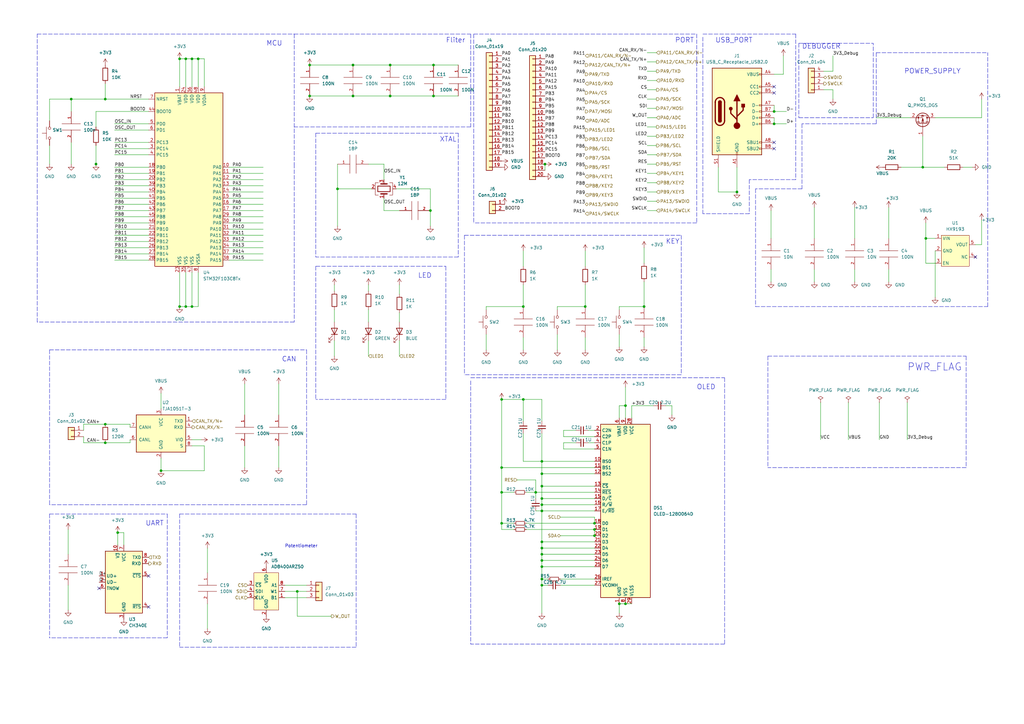
<source format=kicad_sch>
(kicad_sch (version 20211123) (generator eeschema)
  (paper "A3")
  (junction (at 378.46 68.58))
  (junction (at 76.2 125.73))
  (junction (at 317.5 50.8))
  (junction (at 205.74 163.83))
  (junction (at 222.25 209.55))
  (junction (at 379.73 97.79))
  (junction (at 43.18 181.61))
  (junction (at 222.25 232.41))
  (junction (at 205.74 191.77))
  (junction (at 264.16 125.73))
  (junction (at 205.74 201.93))
  (junction (at 219.71 201.93))
  (junction (at 43.18 40.64))
  (junction (at 222.25 229.87))
  (junction (at 243.84 217.17))
  (junction (at 222.25 194.31))
  (junction (at 160.02 39.37))
  (junction (at 39.37 67.2945))
  (junction (at 256.54 166.37))
  (junction (at 160.02 26.67))
  (junction (at 243.84 214.63))
  (junction (at 214.63 163.83))
  (junction (at 73.66 125.73))
  (junction (at 121.92 242.57))
  (junction (at 177.8 26.67))
  (junction (at 222.25 222.25))
  (junction (at 66.04 193.04))
  (junction (at 222.25 227.33))
  (junction (at 256.54 247.65))
  (junction (at 78.74 24.13))
  (junction (at 223.52 67.31))
  (junction (at 144.78 39.37))
  (junction (at 214.63 125.73))
  (junction (at 138.43 77.47))
  (junction (at 254 247.65))
  (junction (at 144.78 26.67))
  (junction (at 29.21 40.64))
  (junction (at 177.8 39.37))
  (junction (at 205.74 214.63))
  (junction (at 222.25 189.23))
  (junction (at 127 26.67))
  (junction (at 243.84 219.71))
  (junction (at 222.25 199.39))
  (junction (at 43.18 173.99))
  (junction (at 76.2 24.13))
  (junction (at 317.5 45.72))
  (junction (at 222.25 224.79))
  (junction (at 127 39.37))
  (junction (at 48.26 218.44))
  (junction (at 302.26 78.74))
  (junction (at 240.03 125.73))
  (junction (at 222.25 204.47))
  (junction (at 176.53 86.36))
  (junction (at 78.74 125.73))
  (junction (at 222.25 237.49))
  (junction (at 222.25 207.01))
  (junction (at 73.66 24.13))
  (junction (at 81.28 24.13))
  (junction (at 222.25 240.03))
  (no_connect (at 40.64 241.3))
  (no_connect (at 60.96 248.92))
  (no_connect (at 60.96 236.22))
  (no_connect (at 317.5 58.42))
  (no_connect (at 317.5 60.96))
  (no_connect (at 400.05 105.41))
  (no_connect (at 317.5 35.56))
  (no_connect (at 317.5 38.1))
  (wire (pts (xy 34.29 181.61) (xy 43.18 181.61)))
  (polyline (pts (xy 193.04 154.94) (xy 297.18 154.94)))
  (wire (pts (xy 66.04 193.04) (xy 83.82 193.04)))
  (wire (pts (xy 383.54 48.26) (xy 402.59 48.26)))
  (wire (pts (xy 254 247.65) (xy 254 251.46)))
  (wire (pts (xy 210.82 201.93) (xy 205.74 201.93)))
  (wire (pts (xy 29.21 40.64) (xy 29.21 45.72)))
  (wire (pts (xy 93.98 68.58) (xy 107.95 68.58)))
  (wire (pts (xy 46.99 78.74) (xy 60.96 78.74)))
  (wire (pts (xy 243.84 217.17) (xy 243.84 219.71)))
  (wire (pts (xy 259.08 171.45) (xy 259.08 166.37)))
  (wire (pts (xy 369.57 68.58) (xy 378.46 68.58)))
  (polyline (pts (xy 328.93 77.47) (xy 309.88 77.47)))
  (wire (pts (xy 341.63 36.83) (xy 341.63 40.64)))
  (wire (pts (xy 321.31 22.86) (xy 321.31 30.48)))
  (wire (pts (xy 215.9 214.63) (xy 243.84 214.63)))
  (wire (pts (xy 265.43 67.31) (xy 269.24 67.31)))
  (wire (pts (xy 121.92 252.73) (xy 135.89 252.73)))
  (wire (pts (xy 229.87 237.49) (xy 243.84 237.49)))
  (wire (pts (xy 222.25 222.25) (xy 243.84 222.25)))
  (wire (pts (xy 43.18 40.64) (xy 29.21 40.64)))
  (wire (pts (xy 151.13 139.7) (xy 151.13 146.05)))
  (wire (pts (xy 93.98 76.2) (xy 107.95 76.2)))
  (wire (pts (xy 219.71 209.55) (xy 222.25 209.55)))
  (wire (pts (xy 73.66 24.13) (xy 73.66 35.56)))
  (wire (pts (xy 85.09 247.65) (xy 85.09 257.81)))
  (wire (pts (xy 144.78 26.67) (xy 160.02 26.67)))
  (wire (pts (xy 78.74 180.34) (xy 82.55 180.34)))
  (polyline (pts (xy 120.65 13.97) (xy 193.04 13.97)))
  (wire (pts (xy 265.43 63.5) (xy 269.24 63.5)))
  (wire (pts (xy 177.8 26.67) (xy 187.96 26.67)))
  (wire (pts (xy 317.5 48.26) (xy 317.5 50.8)))
  (wire (pts (xy 317.5 43.18) (xy 317.5 45.72)))
  (polyline (pts (xy 68.58 210.82) (xy 68.58 261.62)))
  (polyline (pts (xy 193.04 13.97) (xy 193.04 52.07)))
  (wire (pts (xy 364.49 85.09) (xy 364.49 97.79)))
  (wire (pts (xy 151.13 67.31) (xy 157.48 67.31)))
  (wire (pts (xy 76.2 24.13) (xy 78.74 24.13)))
  (wire (pts (xy 27.94 217.17) (xy 27.94 227.33)))
  (wire (pts (xy 265.43 59.69) (xy 269.24 59.69)))
  (polyline (pts (xy 279.4 153.67) (xy 190.5 153.67)))
  (wire (pts (xy 231.14 184.15) (xy 243.84 184.15)))
  (wire (pts (xy 46.99 96.52) (xy 60.96 96.52)))
  (wire (pts (xy 210.82 217.17) (xy 205.74 217.17)))
  (polyline (pts (xy 15.24 13.97) (xy 120.65 13.97)))
  (polyline (pts (xy 15.24 132.08) (xy 15.24 13.97)))
  (wire (pts (xy 265.43 48.26) (xy 269.24 48.26)))
  (wire (pts (xy 265.43 78.74) (xy 269.24 78.74)))
  (wire (pts (xy 379.73 91.44) (xy 379.73 97.79)))
  (wire (pts (xy 240.03 102.87) (xy 240.03 109.22)))
  (polyline (pts (xy 297.18 264.16) (xy 193.04 264.16)))
  (wire (pts (xy 265.43 44.45) (xy 269.24 44.45)))
  (wire (pts (xy 162.56 77.47) (xy 176.53 77.47)))
  (polyline (pts (xy 194.31 13.97) (xy 194.31 91.44)))
  (wire (pts (xy 383.54 102.87) (xy 383.54 121.92)))
  (wire (pts (xy 229.87 240.03) (xy 243.84 240.03)))
  (wire (pts (xy 121.92 242.57) (xy 121.92 252.73)))
  (wire (pts (xy 157.48 67.31) (xy 157.48 73.66)))
  (wire (pts (xy 264.16 101.6) (xy 264.16 107.95)))
  (wire (pts (xy 222.25 222.25) (xy 222.25 224.79)))
  (polyline (pts (xy 327.66 17.78) (xy 327.66 48.26)))
  (wire (pts (xy 214.63 163.83) (xy 205.74 163.83)))
  (polyline (pts (xy 120.65 13.97) (xy 120.65 67.31)))
  (wire (pts (xy 27.94 240.03) (xy 27.94 250.19)))
  (wire (pts (xy 46.99 73.66) (xy 60.96 73.66)))
  (wire (pts (xy 93.98 86.36) (xy 107.95 86.36)))
  (wire (pts (xy 222.25 189.23) (xy 222.25 177.8)))
  (wire (pts (xy 317.5 50.8) (xy 322.58 50.8)))
  (wire (pts (xy 254 125.73) (xy 264.16 125.73)))
  (polyline (pts (xy 120.65 67.31) (xy 120.65 132.08)))
  (wire (pts (xy 336.55 165.1) (xy 336.55 180.34)))
  (wire (pts (xy 228.6 127) (xy 228.6 125.73)))
  (wire (pts (xy 93.98 106.68) (xy 107.95 106.68)))
  (wire (pts (xy 222.25 224.79) (xy 222.25 227.33)))
  (polyline (pts (xy 193.04 156.21) (xy 193.04 264.16)))
  (wire (pts (xy 240.03 138.43) (xy 240.03 143.51)))
  (wire (pts (xy 372.11 165.1) (xy 372.11 180.34)))
  (polyline (pts (xy 327.66 48.26) (xy 358.14 48.26)))
  (wire (pts (xy 20.32 59.69) (xy 20.32 67.31)))
  (polyline (pts (xy 285.75 91.44) (xy 194.31 91.44)))
  (wire (pts (xy 222.25 227.33) (xy 222.25 229.87)))
  (wire (pts (xy 256.54 158.75) (xy 256.54 166.37)))
  (polyline (pts (xy 190.5 96.52) (xy 279.4 96.52)))
  (wire (pts (xy 316.23 110.49) (xy 316.23 115.57)))
  (wire (pts (xy 265.43 33.02) (xy 269.24 33.02)))
  (wire (pts (xy 222.25 163.83) (xy 214.63 163.83)))
  (wire (pts (xy 83.82 24.13) (xy 83.82 35.56)))
  (wire (pts (xy 334.01 97.79) (xy 334.01 85.09)))
  (wire (pts (xy 160.02 26.67) (xy 177.8 26.67)))
  (wire (pts (xy 231.14 176.53) (xy 236.22 176.53)))
  (wire (pts (xy 256.54 166.37) (xy 256.54 171.45)))
  (wire (pts (xy 215.9 201.93) (xy 219.71 201.93)))
  (wire (pts (xy 93.98 78.74) (xy 107.95 78.74)))
  (polyline (pts (xy 146.05 265.43) (xy 73.66 265.43)))
  (polyline (pts (xy 194.31 13.97) (xy 285.75 13.97)))
  (wire (pts (xy 222.25 207.01) (xy 243.84 207.01)))
  (polyline (pts (xy 297.18 154.94) (xy 297.18 264.16)))
  (wire (pts (xy 222.25 232.41) (xy 243.84 232.41)))
  (wire (pts (xy 46.99 58.42) (xy 60.96 58.42)))
  (wire (pts (xy 254 137.16) (xy 254 142.24)))
  (wire (pts (xy 116.84 242.57) (xy 121.92 242.57)))
  (wire (pts (xy 265.43 71.12) (xy 269.24 71.12)))
  (wire (pts (xy 219.71 201.93) (xy 243.84 201.93)))
  (wire (pts (xy 222.25 172.72) (xy 222.25 163.83)))
  (wire (pts (xy 46.99 83.82) (xy 60.96 83.82)))
  (polyline (pts (xy 129.54 109.22) (xy 182.88 109.22)))
  (polyline (pts (xy 307.34 73.66) (xy 307.34 87.63)))
  (polyline (pts (xy 125.73 207.01) (xy 20.32 207.01)))
  (wire (pts (xy 219.71 201.93) (xy 219.71 196.85)))
  (wire (pts (xy 100.33 157.48) (xy 100.33 170.18)))
  (wire (pts (xy 48.26 223.52) (xy 48.26 218.44)))
  (wire (pts (xy 93.98 83.82) (xy 107.95 83.82)))
  (wire (pts (xy 46.99 93.98) (xy 60.96 93.98)))
  (wire (pts (xy 43.18 34.29) (xy 43.18 40.64)))
  (polyline (pts (xy 359.41 21.59) (xy 405.13 21.59)))
  (polyline (pts (xy 125.73 143.51) (xy 125.73 207.01)))
  (wire (pts (xy 93.98 91.44) (xy 107.95 91.44)))
  (polyline (pts (xy 20.32 210.82) (xy 20.32 261.62)))
  (wire (pts (xy 43.18 181.61) (xy 53.34 181.61)))
  (polyline (pts (xy 73.66 210.82) (xy 73.66 265.43)))
  (wire (pts (xy 337.82 36.83) (xy 341.63 36.83)))
  (wire (pts (xy 46.99 81.28) (xy 60.96 81.28)))
  (wire (pts (xy 215.9 217.17) (xy 243.84 217.17)))
  (wire (pts (xy 78.74 125.73) (xy 81.28 125.73)))
  (wire (pts (xy 317.5 45.72) (xy 322.58 45.72)))
  (wire (pts (xy 76.2 125.73) (xy 76.2 111.76)))
  (wire (pts (xy 256.54 247.65) (xy 259.08 247.65)))
  (wire (pts (xy 93.98 88.9) (xy 107.95 88.9)))
  (wire (pts (xy 228.6 137.16) (xy 228.6 143.51)))
  (wire (pts (xy 379.73 97.79) (xy 383.54 97.79)))
  (wire (pts (xy 29.21 40.64) (xy 20.32 40.64)))
  (wire (pts (xy 402.59 40.64) (xy 402.59 48.26)))
  (polyline (pts (xy 129.54 54.61) (xy 129.54 105.41)))
  (wire (pts (xy 157.48 86.36) (xy 163.83 86.36)))
  (wire (pts (xy 137.16 127) (xy 137.16 132.08)))
  (wire (pts (xy 347.98 165.1) (xy 347.98 180.34)))
  (wire (pts (xy 222.25 194.31) (xy 243.84 194.31)))
  (wire (pts (xy 378.46 68.58) (xy 387.35 68.58)))
  (wire (pts (xy 151.13 116.84) (xy 151.13 119.38)))
  (polyline (pts (xy 288.29 13.97) (xy 326.39 13.97)))
  (wire (pts (xy 137.16 116.84) (xy 137.16 119.38)))
  (wire (pts (xy 46.99 60.96) (xy 60.96 60.96)))
  (polyline (pts (xy 20.32 143.51) (xy 20.32 207.01)))
  (wire (pts (xy 46.99 76.2) (xy 60.96 76.2)))
  (wire (pts (xy 177.8 39.37) (xy 187.96 39.37)))
  (wire (pts (xy 265.43 25.4) (xy 269.24 25.4)))
  (wire (pts (xy 39.37 59.69) (xy 39.37 67.2945)))
  (wire (pts (xy 364.49 110.49) (xy 364.49 115.57)))
  (wire (pts (xy 53.34 181.61) (xy 53.34 180.34)))
  (wire (pts (xy 43.18 173.99) (xy 53.34 173.99)))
  (wire (pts (xy 46.99 99.06) (xy 60.96 99.06)))
  (wire (pts (xy 81.28 24.13) (xy 83.82 24.13)))
  (wire (pts (xy 78.74 24.13) (xy 81.28 24.13)))
  (polyline (pts (xy 68.58 261.62) (xy 20.32 261.62)))
  (polyline (pts (xy 309.88 125.73) (xy 405.13 125.73)))
  (wire (pts (xy 265.43 29.21) (xy 269.24 29.21)))
  (wire (pts (xy 93.98 81.28) (xy 107.95 81.28)))
  (wire (pts (xy 254 171.45) (xy 254 166.37)))
  (wire (pts (xy 222.25 232.41) (xy 222.25 237.49)))
  (wire (pts (xy 163.83 139.7) (xy 163.83 146.05)))
  (polyline (pts (xy 326.39 13.97) (xy 326.39 73.66)))
  (polyline (pts (xy 285.75 13.97) (xy 285.75 91.44)))
  (wire (pts (xy 359.41 48.26) (xy 373.38 48.26)))
  (wire (pts (xy 317.5 30.48) (xy 321.31 30.48)))
  (wire (pts (xy 275.59 166.37) (xy 275.59 170.18)))
  (wire (pts (xy 100.33 182.88) (xy 100.33 191.77)))
  (wire (pts (xy 78.74 125.73) (xy 78.74 111.76)))
  (polyline (pts (xy 359.41 50.8) (xy 328.93 50.8)))
  (wire (pts (xy 39.37 67.2945) (xy 39.37 67.31)))
  (wire (pts (xy 222.25 237.49) (xy 224.79 237.49)))
  (wire (pts (xy 264.16 138.43) (xy 264.16 142.24)))
  (wire (pts (xy 265.43 36.83) (xy 269.24 36.83)))
  (wire (pts (xy 222.25 204.47) (xy 243.84 204.47)))
  (wire (pts (xy 243.84 212.09) (xy 243.84 214.63)))
  (wire (pts (xy 93.98 96.52) (xy 107.95 96.52)))
  (wire (pts (xy 76.2 24.13) (xy 76.2 35.56)))
  (wire (pts (xy 46.99 104.14) (xy 60.96 104.14)))
  (wire (pts (xy 76.2 125.73) (xy 78.74 125.73)))
  (wire (pts (xy 29.21 58.42) (xy 29.21 67.31)))
  (wire (pts (xy 222.25 194.31) (xy 222.25 199.39)))
  (wire (pts (xy 214.63 102.87) (xy 214.63 109.22)))
  (wire (pts (xy 402.59 90.17) (xy 402.59 100.33)))
  (wire (pts (xy 231.14 181.61) (xy 231.14 184.15)))
  (wire (pts (xy 127 26.67) (xy 144.78 26.67)))
  (wire (pts (xy 294.64 68.58) (xy 294.64 78.74)))
  (wire (pts (xy 241.3 176.53) (xy 243.84 176.53)))
  (polyline (pts (xy 190.5 96.52) (xy 190.5 153.67)))
  (wire (pts (xy 222.25 209.55) (xy 243.84 209.55)))
  (wire (pts (xy 212.09 196.85) (xy 219.71 196.85)))
  (wire (pts (xy 222.25 227.33) (xy 243.84 227.33)))
  (wire (pts (xy 254 166.37) (xy 256.54 166.37)))
  (polyline (pts (xy 182.88 163.83) (xy 129.54 163.83)))
  (wire (pts (xy 222.25 240.03) (xy 224.79 240.03)))
  (wire (pts (xy 222.25 237.49) (xy 222.25 240.03)))
  (polyline (pts (xy 288.29 15.24) (xy 288.29 87.63)))
  (wire (pts (xy 265.43 74.93) (xy 269.24 74.93)))
  (wire (pts (xy 231.14 179.07) (xy 243.84 179.07)))
  (polyline (pts (xy 187.96 105.41) (xy 129.54 105.41)))
  (wire (pts (xy 93.98 93.98) (xy 107.95 93.98)))
  (wire (pts (xy 341.63 22.86) (xy 341.63 29.21)))
  (wire (pts (xy 46.99 50.8) (xy 60.96 50.8)))
  (wire (pts (xy 214.63 189.23) (xy 222.25 189.23)))
  (wire (pts (xy 222.25 224.79) (xy 243.84 224.79)))
  (wire (pts (xy 121.92 242.57) (xy 125.73 242.57)))
  (wire (pts (xy 205.74 217.17) (xy 205.74 214.63)))
  (wire (pts (xy 222.25 209.55) (xy 222.25 222.25)))
  (polyline (pts (xy 405.13 125.73) (xy 405.13 21.59)))
  (wire (pts (xy 214.63 177.8) (xy 214.63 189.23)))
  (polyline (pts (xy 120.65 132.08) (xy 15.24 132.08)))
  (wire (pts (xy 93.98 71.12) (xy 107.95 71.12)))
  (polyline (pts (xy 20.32 143.51) (xy 125.73 143.51)))
  (polyline (pts (xy 129.54 54.61) (xy 187.96 54.61)))
  (wire (pts (xy 383.54 107.95) (xy 379.73 107.95)))
  (wire (pts (xy 93.98 73.66) (xy 107.95 73.66)))
  (wire (pts (xy 394.97 68.58) (xy 398.78 68.58)))
  (wire (pts (xy 60.96 40.64) (xy 43.18 40.64)))
  (wire (pts (xy 73.66 24.13) (xy 76.2 24.13)))
  (wire (pts (xy 214.63 138.43) (xy 214.63 143.51)))
  (wire (pts (xy 138.43 77.47) (xy 138.43 92.71)))
  (wire (pts (xy 205.74 201.93) (xy 205.74 214.63)))
  (wire (pts (xy 114.3 182.88) (xy 114.3 191.77)))
  (wire (pts (xy 205.74 191.77) (xy 205.74 163.83)))
  (wire (pts (xy 219.71 201.93) (xy 219.71 204.47)))
  (wire (pts (xy 34.29 173.99) (xy 34.29 176.53)))
  (wire (pts (xy 350.52 85.09) (xy 350.52 97.79)))
  (wire (pts (xy 222.25 229.87) (xy 222.25 232.41)))
  (wire (pts (xy 205.74 201.93) (xy 205.74 191.77)))
  (polyline (pts (xy 314.96 146.05) (xy 314.96 191.77)))
  (wire (pts (xy 66.04 187.96) (xy 66.04 193.04)))
  (wire (pts (xy 73.66 125.73) (xy 73.66 111.76)))
  (wire (pts (xy 360.68 165.1) (xy 360.68 180.34)))
  (wire (pts (xy 85.09 224.79) (xy 85.09 234.95)))
  (wire (pts (xy 46.99 88.9) (xy 60.96 88.9)))
  (wire (pts (xy 294.64 78.74) (xy 302.26 78.74)))
  (polyline (pts (xy 307.34 87.63) (xy 288.29 87.63)))
  (polyline (pts (xy 193.04 52.07) (xy 120.65 52.07)))
  (wire (pts (xy 199.39 127) (xy 199.39 125.73)))
  (wire (pts (xy 222.25 204.47) (xy 222.25 207.01)))
  (polyline (pts (xy 396.24 191.77) (xy 314.96 191.77)))
  (wire (pts (xy 83.82 182.88) (xy 78.74 182.88)))
  (wire (pts (xy 228.6 125.73) (xy 240.03 125.73)))
  (wire (pts (xy 137.16 139.7) (xy 137.16 146.05)))
  (wire (pts (xy 39.37 45.72) (xy 60.96 45.72)))
  (wire (pts (xy 264.16 115.57) (xy 264.16 125.73)))
  (polyline (pts (xy 358.14 48.26) (xy 358.14 17.78)))
  (wire (pts (xy 265.43 86.36) (xy 269.24 86.36)))
  (wire (pts (xy 229.87 219.71) (xy 243.84 219.71)))
  (wire (pts (xy 231.14 179.07) (xy 231.14 176.53)))
  (wire (pts (xy 138.43 77.47) (xy 152.4 77.47)))
  (wire (pts (xy 222.25 240.03) (xy 222.25 251.46)))
  (wire (pts (xy 229.87 212.09) (xy 243.84 212.09)))
  (wire (pts (xy 273.05 166.37) (xy 275.59 166.37)))
  (wire (pts (xy 83.82 193.04) (xy 83.82 182.88)))
  (wire (pts (xy 379.73 107.95) (xy 379.73 97.79)))
  (wire (pts (xy 46.99 63.5) (xy 60.96 63.5)))
  (wire (pts (xy 265.43 55.88) (xy 269.24 55.88)))
  (wire (pts (xy 160.02 39.37) (xy 177.8 39.37)))
  (polyline (pts (xy 129.54 109.22) (xy 129.54 163.83)))
  (wire (pts (xy 334.01 110.49) (xy 334.01 115.57)))
  (wire (pts (xy 337.82 29.21) (xy 341.63 29.21)))
  (polyline (pts (xy 314.96 146.05) (xy 396.24 146.05)))
  (wire (pts (xy 241.3 181.61) (xy 243.84 181.61)))
  (wire (pts (xy 222.25 189.23) (xy 243.84 189.23)))
  (wire (pts (xy 378.46 55.88) (xy 378.46 68.58)))
  (wire (pts (xy 214.63 116.84) (xy 214.63 125.73)))
  (wire (pts (xy 53.34 173.99) (xy 53.34 175.26)))
  (wire (pts (xy 116.84 245.11) (xy 125.73 245.11)))
  (wire (pts (xy 34.29 179.07) (xy 34.29 181.61)))
  (wire (pts (xy 127 39.37) (xy 144.78 39.37)))
  (wire (pts (xy 66.04 161.29) (xy 66.04 167.64)))
  (polyline (pts (xy 279.4 96.52) (xy 279.4 153.67)))
  (wire (pts (xy 302.26 68.58) (xy 302.26 78.74)))
  (polyline (pts (xy 327.66 17.78) (xy 358.14 17.78)))
  (wire (pts (xy 176.53 77.47) (xy 176.53 86.36)))
  (wire (pts (xy 73.66 125.73) (xy 76.2 125.73)))
  (wire (pts (xy 114.3 157.48) (xy 114.3 170.18)))
  (wire (pts (xy 34.29 173.99) (xy 43.18 173.99)))
  (wire (pts (xy 163.83 116.84) (xy 163.83 120.65)))
  (wire (pts (xy 259.08 166.37) (xy 267.97 166.37)))
  (wire (pts (xy 205.74 214.63) (xy 210.82 214.63)))
  (wire (pts (xy 46.99 68.58) (xy 60.96 68.58)))
  (wire (pts (xy 316.23 86.36) (xy 316.23 97.79)))
  (wire (pts (xy 223.52 67.31) (xy 223.52 69.85)))
  (wire (pts (xy 78.74 24.13) (xy 78.74 35.56)))
  (polyline (pts (xy 328.93 50.8) (xy 328.93 77.47)))
  (wire (pts (xy 138.43 77.47) (xy 138.43 67.31)))
  (wire (pts (xy 39.37 45.72) (xy 39.37 52.07)))
  (wire (pts (xy 222.25 199.39) (xy 222.25 204.47)))
  (wire (pts (xy 50.8 218.44) (xy 50.8 223.52)))
  (wire (pts (xy 176.53 86.36) (xy 176.53 92.71)))
  (wire (pts (xy 350.52 110.49) (xy 350.52 115.57)))
  (wire (pts (xy 46.99 101.6) (xy 60.96 101.6)))
  (wire (pts (xy 236.22 181.61) (xy 231.14 181.61)))
  (polyline (pts (xy 187.96 54.61) (xy 187.96 105.41)))
  (wire (pts (xy 265.43 82.55) (xy 269.24 82.55)))
  (wire (pts (xy 46.99 71.12) (xy 60.96 71.12)))
  (wire (pts (xy 163.83 128.27) (xy 163.83 132.08)))
  (polyline (pts (xy 182.88 109.22) (xy 182.88 163.83)))
  (wire (pts (xy 48.26 218.44) (xy 50.8 218.44)))
  (wire (pts (xy 116.84 240.03) (xy 125.73 240.03)))
  (wire (pts (xy 222.25 207.01) (xy 222.25 209.55)))
  (polyline (pts (xy 20.32 210.82) (xy 68.58 210.82)))
  (polyline (pts (xy 73.66 210.82) (xy 146.05 210.82)))
  (wire (pts (xy 199.39 137.16) (xy 199.39 143.51)))
  (wire (pts (xy 81.28 125.73) (xy 81.28 111.76)))
  (wire (pts (xy 46.99 91.44) (xy 60.96 91.44)))
  (wire (pts (xy 151.13 127) (xy 151.13 132.08)))
  (polyline (pts (xy 359.41 21.59) (xy 359.41 50.8)))
  (wire (pts (xy 265.43 52.07) (xy 269.24 52.07)))
  (wire (pts (xy 222.25 199.39) (xy 243.84 199.39)))
  (wire (pts (xy 265.43 40.64) (xy 269.24 40.64)))
  (wire (pts (xy 93.98 101.6) (xy 107.95 101.6)))
  (polyline (pts (xy 146.05 210.82) (xy 146.05 265.43)))
  (wire (pts (xy 265.43 21.59) (xy 269.24 21.59)))
  (wire (pts (xy 20.32 40.64) (xy 20.32 49.53)))
  (wire (pts (xy 81.28 24.13) (xy 81.28 35.56)))
  (wire (pts (xy 222.25 189.23) (xy 222.25 194.31)))
  (polyline (pts (xy 326.39 73.66) (xy 307.34 73.66)))
  (wire (pts (xy 222.25 229.87) (xy 243.84 229.87)))
  (wire (pts (xy 254 127) (xy 254 125.73)))
  (wire (pts (xy 144.78 39.37) (xy 160.02 39.37)))
  (polyline (pts (xy 396.24 146.05) (xy 396.24 191.77)))
  (wire (pts (xy 93.98 104.14) (xy 107.95 104.14)))
  (wire (pts (xy 46.99 53.34) (xy 60.96 53.34)))
  (wire (pts (xy 46.99 86.36) (xy 60.96 86.36)))
  (wire (pts (xy 46.99 106.68) (xy 60.96 106.68)))
  (wire (pts (xy 240.03 116.84) (xy 240.03 125.73)))
  (wire (pts (xy 214.63 163.83) (xy 214.63 172.72)))
  (wire (pts (xy 199.39 125.73) (xy 214.63 125.73)))
  (wire (pts (xy 93.98 99.06) (xy 107.95 99.06)))
  (wire (pts (xy 205.74 191.77) (xy 243.84 191.77)))
  (wire (pts (xy 400.05 100.33) (xy 402.59 100.33)))
  (polyline (pts (xy 309.88 77.47) (xy 309.88 125.73)))
  (wire (pts (xy 254 247.65) (xy 256.54 247.65)))
  (wire (pts (xy 157.48 81.28) (xy 157.48 86.36)))
  (text "Fliter\n" (at 182.88 17.78 0) (effects (font (size 2 2)) (justify left bottom)))
  (text "MCU\n" (at 109.22 19.05 0) (effects (font (size 2 2)) (justify left bottom)))
  (text "KEY" (at 273.05 100.33 0) (effects (font (size 2 2)) (justify left bottom)))
  (text "CAN\n" (at 115.57 148.59 0) (effects (font (size 2 2)) (justify left bottom)))
  (text "PORT\n" (at 276.86 17.78 0) (effects (font (size 2 2)) (justify left bottom)))
  (text "XTAL\n" (at 180.34 58.42 0) (effects (font (size 2 2)) (justify left bottom)))
  (text "USB_PORT\n" (at 293.37 17.78 0) (effects (font (size 2 2)) (justify left bottom)))
  (text "DEBUGGER\n" (at 328.93 20.32 0) (effects (font (size 2 2)) (justify left bottom)))
  (text "Potentiometer" (at 116.84 224.79 0) (effects (font (size 1.27 1.27)) (justify left bottom)))
  (text "LED\n" (at 171.45 114.3 0) (effects (font (size 2 2)) (justify left bottom)))
  (text "OLED" (at 285.75 160.02 0) (effects (font (size 2 2)) (justify left bottom)))
  (text "UART" (at 59.69 215.9 0) (effects (font (size 2 2)) (justify left bottom)))
  (text "POWER_SUPPLY" (at 370.84 30.48 0) (effects (font (size 2 2)) (justify left bottom)))
  (text "PWR_FLAG\n" (at 372.11 152.4 0) (effects (font (size 3 3)) (justify left bottom)))
  (label "D+" (at 40.64 236.22 0))
  (label "PB9" (at 223.52 54.61 0))
  (label "PA5" (at 205.74 35.56 0))
  (label "PA11" (at 240.03 22.86 180))
  (label "TXD" (at 265.43 29.21 180))
  (label "PB11" (at 205.74 53.34 0))
  (label "CLK" (at 265.43 40.64 180))
  (label "PA14" (at 240.03 87.63 180))
  (label "CS" (at 265.43 36.83 180))
  (label "PA10" (at 95.25 93.98 0))
  (label "CAN-" (at 35.56 181.61 0))
  (label "PA0" (at 205.74 22.86 0))
  (label "OSC_IN" (at 46.99 50.8 0))
  (label "PA9" (at 223.52 26.67 0))
  (label "PC14" (at 46.99 60.96 0))
  (label "PB7" (at 240.03 64.77 180))
  (label "SDA" (at 265.43 63.5 180))
  (label "PB3" (at 240.03 57.15 180))
  (label "PC14" (at 223.52 59.69 0))
  (label "RES" (at 265.43 67.31 180))
  (label "PA5" (at 240.03 41.91 180))
  (label "PA2" (at 95.25 73.66 0))
  (label "PB4" (at 240.03 72.39 180))
  (label "PA10" (at 240.03 34.29 180))
  (label "PB13" (at 46.99 101.6 0))
  (label "PA13" (at 240.03 83.82 180))
  (label "SWCLK" (at 265.43 86.36 180))
  (label "PB12" (at 46.99 99.06 0))
  (label "PA0" (at 240.03 49.53 180))
  (label "OSC_IN" (at 157.48 71.12 0))
  (label "PB6" (at 240.03 60.96 180))
  (label "CAN_RX{slash}N-" (at 265.43 21.59 180))
  (label "D+" (at 322.58 50.8 0))
  (label "PC15" (at 223.52 62.23 0))
  (label "PA5" (at 95.25 81.28 0))
  (label "PC13" (at 46.99 58.42 0))
  (label "PB6" (at 46.99 83.82 0))
  (label "PA7" (at 95.25 86.36 0))
  (label "BOOT0" (at 207.01 86.36 0))
  (label "PA4" (at 240.03 38.1 180))
  (label "SCL" (at 265.43 59.69 180))
  (label "OSC_OUT" (at 46.99 53.34 0))
  (label "PA11" (at 223.52 31.75 0))
  (label "SWDIO" (at 265.43 82.55 180))
  (label "PB15" (at 46.99 106.68 0))
  (label "PB0" (at 205.74 43.18 0))
  (label "PA9" (at 240.03 30.48 180))
  (label "PB11" (at 46.99 96.52 0))
  (label "PA15" (at 95.25 106.68 0))
  (label "BOOT0" (at 223.52 64.77 0))
  (label "KEY1" (at 265.43 71.12 180))
  (label "3V3_Debug" (at 372.11 180.34 0))
  (label "PA6" (at 205.74 38.1 0))
  (label "PB5" (at 240.03 68.58 180))
  (label "PB6" (at 223.52 46.99 0))
  (label "PB14" (at 46.99 104.14 0))
  (label "PB3" (at 223.52 39.37 0))
  (label "PA12" (at 240.03 26.67 180))
  (label "PB3" (at 46.99 76.2 0))
  (label "PA1" (at 95.25 71.12 0))
  (label "PA7" (at 240.03 45.72 180))
  (label "PA7" (at 205.74 40.64 0))
  (label "GND" (at 360.68 180.34 0))
  (label "NRST" (at 53.34 40.64 0))
  (label "PB2" (at 46.99 73.66 0))
  (label "PB14" (at 205.74 60.96 0))
  (label "OSC_OUT" (at 157.48 83.82 0))
  (label "PB7" (at 223.52 49.53 0))
  (label "LED1" (at 265.43 52.07 180))
  (label "PB10" (at 205.74 50.8 0))
  (label "PA13" (at 95.25 101.6 0))
  (label "PB5" (at 46.99 81.28 0))
  (label "PA10" (at 223.52 29.21 0))
  (label "KEY2" (at 265.43 74.93 180))
  (label "PB4" (at 223.52 41.91 0))
  (label "CAN+" (at 35.56 173.99 0))
  (label "VCC" (at 336.55 180.34 0))
  (label "PA8" (at 95.25 88.9 0))
  (label "PB9" (at 46.99 91.44 0))
  (label "PB8" (at 46.99 88.9 0))
  (label "PC15" (at 46.99 63.5 0))
  (label "PA3" (at 205.74 30.48 0))
  (label "SDI" (at 265.43 44.45 180))
  (label "PB7" (at 46.99 86.36 0))
  (label "PA3" (at 95.25 76.2 0))
  (label "PA0" (at 95.25 68.58 0))
  (label "PB8" (at 223.52 52.07 0))
  (label "PB1" (at 205.74 45.72 0))
  (label "D-" (at 322.58 45.72 0))
  (label "3V3_Debug" (at 359.41 48.26 0))
  (label "PA4" (at 95.25 78.74 0))
  (label "D-" (at 40.64 238.76 0))
  (label "PB4" (at 46.99 78.74 0))
  (label "3V3_Debug" (at 341.63 22.86 0))
  (label "PB10" (at 46.99 93.98 0))
  (label "LED2" (at 265.43 55.88 180))
  (label "PA4" (at 205.74 33.02 0))
  (label "PA12" (at 95.25 99.06 0))
  (label "PA9" (at 95.25 91.44 0))
  (label "PA15" (at 223.52 36.83 0))
  (label "PA2" (at 205.74 27.94 0))
  (label "PB0" (at 46.99 68.58 0))
  (label "PB9" (at 240.03 80.01 180))
  (label "PA6" (at 95.25 83.82 0))
  (label "PC13" (at 223.52 57.15 0))
  (label "PA1" (at 205.74 25.4 0))
  (label "KEY3" (at 265.43 78.74 180))
  (label "PB2" (at 205.74 48.26 0))
  (label "PB1" (at 46.99 71.12 0))
  (label "PA8" (at 223.52 24.13 0))
  (label "PB5" (at 223.52 44.45 0))
  (label "VBUS" (at 347.98 180.34 0))
  (label "BOOT0" (at 53.34 45.72 0))
  (label "PB13" (at 205.74 58.42 0))
  (label "PB12" (at 205.74 55.88 0))
  (label "RXD" (at 265.43 33.02 180))
  (label "+3V3" (at 259.08 166.37 0))
  (label "PA11" (at 95.25 96.52 0))
  (label "PA12" (at 223.52 34.29 0))
  (label "PA15" (at 240.03 53.34 180))
  (label "PB15" (at 205.74 63.5 0))
  (label "PA14" (at 95.25 104.14 0))
  (label "PB8" (at 240.03 76.2 180))
  (label "CAN_TX{slash}N+" (at 265.43 25.4 180))
  (label "W_OUT" (at 265.43 48.26 180))
  (hierarchical_label "RXD" (shape output) (at 60.96 231.14 0))
  (hierarchical_label "TXD" (shape input) (at 60.96 228.6 0))
  (hierarchical_label "PB7{slash}SDA" (shape bidirectional) (at 240.03 64.77 0))
  (hierarchical_label "PA4{slash}CS" (shape output) (at 269.24 36.83 0))
  (hierarchical_label "PA9{slash}TXD" (shape output) (at 240.03 30.48 0))
  (hierarchical_label "PA15{slash}LED1" (shape output) (at 240.03 53.34 0))
  (hierarchical_label "PB5{slash}RST" (shape output) (at 240.03 68.58 0))
  (hierarchical_label "SWCLK" (shape output) (at 337.82 34.29 0))
  (hierarchical_label "PA12{slash}CAN_TX{slash}N+" (shape output) (at 269.24 25.4 0))
  (hierarchical_label "LED2" (shape input) (at 163.83 146.05 0))
  (hierarchical_label "PA5{slash}SCK" (shape output) (at 240.03 41.91 0))
  (hierarchical_label "LED1" (shape input) (at 151.13 146.05 0))
  (hierarchical_label "PB4{slash}KEY1" (shape input) (at 240.03 72.39 0))
  (hierarchical_label "PA11{slash}CAN_RX{slash}N-" (shape input) (at 269.24 21.59 0))
  (hierarchical_label "PA13{slash}SWDIO" (shape bidirectional) (at 240.03 83.82 0))
  (hierarchical_label "PB9{slash}KEY3" (shape input) (at 240.03 80.01 0))
  (hierarchical_label "PA11{slash}CAN_RX{slash}N-" (shape input) (at 240.03 22.86 0))
  (hierarchical_label "PA14{slash}SWCLK" (shape input) (at 240.03 87.63 0))
  (hierarchical_label "PB9{slash}KEY3" (shape input) (at 269.24 78.74 0))
  (hierarchical_label "CLK" (shape input) (at 101.6 245.11 180))
  (hierarchical_label "PB8{slash}KEY2" (shape input) (at 269.24 74.93 0))
  (hierarchical_label "PB4{slash}KEY1" (shape input) (at 269.24 71.12 0))
  (hierarchical_label "PB6{slash}SCL" (shape output) (at 269.24 59.69 0))
  (hierarchical_label "CAN_TX{slash}N+" (shape input) (at 78.74 172.72 0))
  (hierarchical_label "PA10{slash}RXD" (shape input) (at 240.03 34.29 0))
  (hierarchical_label "RES" (shape input) (at 212.09 196.85 180))
  (hierarchical_label "SDI" (shape input) (at 101.6 242.57 180))
  (hierarchical_label "PB3{slash}LED2" (shape output) (at 269.24 55.88 0))
  (hierarchical_label "PB8{slash}KEY2" (shape input) (at 240.03 76.2 0))
  (hierarchical_label "PA7{slash}MOSI" (shape output) (at 240.03 45.72 0))
  (hierarchical_label "PA15{slash}LED1" (shape output) (at 269.24 52.07 0))
  (hierarchical_label "PA0{slash}ADC" (shape input) (at 240.03 49.53 0))
  (hierarchical_label "W_OUT" (shape output) (at 135.89 252.73 0))
  (hierarchical_label "PB3{slash}LED2" (shape output) (at 240.03 57.15 0))
  (hierarchical_label "SDA" (shape bidirectional) (at 229.87 219.71 180))
  (hierarchical_label "PA9{slash}TXD" (shape output) (at 269.24 29.21 0))
  (hierarchical_label "PA7{slash}MOSI" (shape output) (at 269.24 44.45 0))
  (hierarchical_label "PA4{slash}CS" (shape output) (at 240.03 38.1 0))
  (hierarchical_label "PA5{slash}SCK" (shape output) (at 269.24 40.64 0))
  (hierarchical_label "CS" (shape input) (at 101.6 240.03 180))
  (hierarchical_label "SCL" (shape input) (at 229.87 212.09 180))
  (hierarchical_label "PB5{slash}RST" (shape output) (at 269.24 67.31 0))
  (hierarchical_label "PA0{slash}ADC" (shape input) (at 269.24 48.26 0))
  (hierarchical_label "PB7{slash}SDA" (shape bidirectional) (at 269.24 63.5 0))
  (hierarchical_label "PA13{slash}SWDIO" (shape bidirectional) (at 269.24 82.55 0))
  (hierarchical_label "PA12{slash}CAN_TX{slash}N+" (shape output) (at 240.03 26.67 0))
  (hierarchical_label "PB6{slash}SCL" (shape output) (at 240.03 60.96 0))
  (hierarchical_label "CAN_RX{slash}N-" (shape output) (at 78.74 175.26 0))
  (hierarchical_label "PA10{slash}RXD" (shape input) (at 269.24 33.02 0))
  (hierarchical_label "SWDIO" (shape bidirectional) (at 337.82 31.75 0))
  (hierarchical_label "PA14{slash}SWCLK" (shape input) (at 269.24 86.36 0))
  (symbol (lib_id "power:+3V3") (at 151.13 116.84 0) (unit 1)
    (property "Reference" "#PWR0110" (effects hide))
    (property "Value" "+3V3" (at 151.13 111.76 0))
  )
  (symbol (lib_id "Device:R") (at 43.18 177.8 0) (unit 1)
    (property "Reference" "R3" (at 45.72 176.5299 0) (effects (justify left)))
    (property "Value" "120R" (at 45.72 179.0699 0) (effects (justify left)))
    (property "Footprint" "Resistor_SMD:R_0603_1608Metric" (effects hide))
  )
  (symbol (lib_id "Connector_Generic:Conn_01x02") (at 29.21 176.53 0) (mirror y) (unit 1)
    (property "Reference" "J3" (at 29.21 170.18 0))
    (property "Value" "Conn_01x02" (at 29.21 172.72 0))
    (property "Footprint" "Connector_JST:JST_GH_SM02B-GHS-TB_1x02-1MP_P1.25mm_Horizontal" (effects hide))
  )
  (symbol (lib_id "Switch:SW_Push") (at 254 132.08 90) (unit 1)
    (property "Reference" "SW4" (at 255.27 132.0799 90) (effects (justify right)))
    (property "Value" "SW_Push" (effects hide))
    (property "Footprint" "Button_Switch_SMD:SW_Push_1P1T_NO_6x6mm_H9.5mm" (effects hide))
  )
  (symbol (lib_id "pspice:CAP") (at 114.3 176.53 0) (unit 1)
    (property "Reference" "C6" (at 119.38 175.2599 0) (effects (justify left)))
    (property "Value" "100N" (at 119.38 177.7999 0) (effects (justify left)))
    (property "Footprint" "Capacitor_SMD:C_0603_1608Metric" (effects hide))
  )
  (symbol (lib_id "Device:C_Small") (at 238.76 181.61 90) (unit 1)
    (property "Reference" "C24" (at 236.22 180.34 90))
    (property "Value" "1U" (at 241.3 180.34 90))
    (property "Footprint" "Capacitor_SMD:C_0603_1608Metric" (effects hide))
  )
  (symbol (lib_id "pspice:CAP") (at 240.03 132.08 0) (unit 1)
    (property "Reference" "C17" (at 245.11 130.8099 0) (effects (justify left)))
    (property "Value" "100N" (at 245.11 133.3499 0) (effects (justify left)))
    (property "Footprint" "Capacitor_SMD:C_0603_1608Metric" (effects hide))
  )
  (symbol (lib_id "power:+3V3") (at 85.09 224.79 0) (unit 1)
    (property "Reference" "#PWR0144" (effects hide))
    (property "Value" "+3V3" (at 85.09 219.71 0))
  )
  (symbol (lib_id "power:PWR_FLAG") (at 347.98 165.1 0) (unit 1)
    (property "Reference" "#FLG0103" (effects hide))
    (property "Value" "PWR_FLAG" (at 347.98 160.02 0))
  )
  (symbol (lib_id "Device:R_Small") (at 213.36 217.17 90) (unit 1)
    (property "Reference" "R14" (at 209.55 215.9 90))
    (property "Value" "4.7K" (at 217.17 215.9 90))
    (property "Footprint" "Resistor_SMD:R_0603_1608Metric" (effects hide))
  )
  (symbol (lib_id "power:GND") (at 302.26 78.74 0) (unit 1)
    (property "Reference" "#PWR0124" (effects hide))
    (property "Value" "GND" (at 302.26 83.82 0))
  )
  (symbol (lib_id "pspice:CAP") (at 264.16 132.08 0) (unit 1)
    (property "Reference" "C18" (at 268.9188 130.8099 0) (effects (justify left)))
    (property "Value" "100N" (at 268.9188 133.3499 0) (effects (justify left)))
    (property "Footprint" "Capacitor_SMD:C_0603_1608Metric" (effects hide))
  )
  (symbol (lib_id "Switch:SW_Push") (at 20.32 54.61 90) (unit 1)
    (property "Reference" "SW1" (at 21.59 53.3399 90) (effects (justify right)))
    (property "Value" "SW_Push" (effects hide))
    (property "Footprint" "Button_Switch_SMD:SW_Push_1P1T_NO_6x6mm_H9.5mm" (effects hide))
  )
  (symbol (lib_name "Q_PMOS_DGS_1") (lib_id "Device:Q_PMOS_DGS") (at 378.46 50.8 270) (mirror x) (unit 1)
    (property "Reference" "Q1" (at 378.46 40.64 90))
    (property "Value" "Q_PMOS_DGS" (at 378.46 43.18 90))
    (property "Footprint" "Package_TO_SOT_SMD:TSOT-23" (effects hide))
  )
  (symbol (lib_id "power:+3V3") (at 82.55 180.34 270) (unit 1)
    (property "Reference" "#PWR0132" (effects hide))
    (property "Value" "+3V3" (at 86.36 180.3399 90) (effects (justify left)))
  )
  (symbol (lib_id "power:+3V3") (at 223.52 67.31 270) (unit 1)
    (property "Reference" "#PWR0152" (effects hide))
    (property "Value" "+3V3" (at 227.33 67.3099 90) (effects (justify left)))
  )
  (symbol (lib_id "power:+3V3") (at 114.3 157.48 0) (unit 1)
    (property "Reference" "#PWR0138" (effects hide))
    (property "Value" "+3V3" (at 114.3 152.4 0))
  )
  (symbol (lib_id "power:GND") (at 66.04 193.04 0) (unit 1)
    (property "Reference" "#PWR0131" (effects hide))
    (property "Value" "GND" (at 66.04 198.12 0))
  )
  (symbol (lib_id "power:+3V3") (at 364.49 85.09 0) (unit 1)
    (property "Reference" "#PWR0122" (effects hide))
    (property "Value" "+3V3" (at 363.22 81.28 0) (effects (justify left)))
  )
  (symbol (lib_id "Device:R") (at 240.03 113.03 0) (unit 1)
    (property "Reference" "R7" (at 242.57 111.7599 0) (effects (justify left)))
    (property "Value" "1K" (at 242.57 114.2999 0) (effects (justify left)))
    (property "Footprint" "Resistor_SMD:R_0603_1608Metric" (effects hide))
  )
  (symbol (lib_id "Device:C_Small") (at 227.33 240.03 90) (unit 1)
    (property "Reference" "C26" (at 224.79 238.76 90))
    (property "Value" "4.7U" (at 229.87 238.76 90))
    (property "Footprint" "Capacitor_SMD:C_0603_1608Metric" (effects hide))
  )
  (symbol (lib_id "Device:R") (at 151.13 123.19 0) (unit 1)
    (property "Reference" "R10" (at 153.67 121.9199 0) (effects (justify left)))
    (property "Value" "1K" (at 153.67 124.4599 0) (effects (justify left)))
    (property "Footprint" "Resistor_SMD:R_0603_1608Metric" (effects hide))
  )
  (symbol (lib_id "pspice:CAP") (at 364.49 104.14 0) (unit 1)
    (property "Reference" "C4" (at 369.57 102.8699 0) (effects (justify left)))
    (property "Value" "100N" (at 369.57 105.4099 0) (effects (justify left)))
    (property "Footprint" "Capacitor_SMD:C_0603_1608Metric" (effects hide))
  )
  (symbol (lib_id "power:+3V3") (at 350.52 85.09 0) (unit 1)
    (property "Reference" "#PWR0121" (effects hide))
    (property "Value" "+3V3" (at 350.52 85.09 0) (effects (justify left)))
  )
  (symbol (lib_id "power:+3V3") (at 205.74 163.83 0) (unit 1)
    (property "Reference" "#PWR0162" (effects hide))
    (property "Value" "+3V3" (at 208.28 162.5599 0) (effects (justify left)))
  )
  (symbol (lib_id "Device:C_Small") (at 219.71 207.01 180) (unit 1)
    (property "Reference" "C25" (at 218.44 209.55 90))
    (property "Value" "1U" (at 218.44 204.47 90))
    (property "Footprint" "Capacitor_SMD:C_0603_1608Metric" (effects hide))
  )
  (symbol (lib_id "power:GND") (at 316.23 115.57 0) (unit 1)
    (property "Reference" "#PWR0123" (effects hide))
    (property "Value" "GND" (at 318.77 116.8399 0) (effects (justify left)))
  )
  (symbol (lib_id "pspice:CAP") (at 85.09 241.3 0) (unit 1)
    (property "Reference" "C19" (at 90.17 240.0299 0) (effects (justify left)))
    (property "Value" "100N" (at 90.17 242.5699 0) (effects (justify left)))
    (property "Footprint" "Capacitor_SMD:C_0603_1608Metric" (effects hide))
  )
  (symbol (lib_id "power:GND") (at 222.25 251.46 0) (unit 1)
    (property "Reference" "#PWR0165" (effects hide))
    (property "Value" "GND" (at 222.25 256.54 0))
  )
  (symbol (lib_id "pspice:CAP") (at 29.21 52.07 0) (unit 1)
    (property "Reference" "C13" (at 34.29 50.7999 0) (effects (justify left)))
    (property "Value" "100n" (at 34.29 53.3399 0) (effects (justify left)))
    (property "Footprint" "Capacitor_SMD:C_0603_1608Metric" (effects hide))
  )
  (symbol (lib_id "power:GND") (at 341.63 40.64 0) (unit 1)
    (property "Reference" "#PWR0116" (effects hide))
    (property "Value" "GND" (at 341.63 45.72 0))
  )
  (symbol (lib_id "power:GND") (at 137.16 146.05 0) (unit 1)
    (property "Reference" "#PWR0136" (effects hide))
    (property "Value" "GND" (at 137.16 151.13 0))
  )
  (symbol (lib_id "power:GND") (at 223.52 72.39 90) (unit 1)
    (property "Reference" "#PWR0148" (effects hide))
    (property "Value" "GND" (at 227.33 72.3899 90) (effects (justify right)))
  )
  (symbol (lib_id "pspice:CAP") (at 187.96 33.02 0) (unit 1)
    (property "Reference" "C12" (at 189.23 29.21 0) (effects (justify left)))
    (property "Value" "100N" (at 189.23 36.83 0) (effects (justify left)))
    (property "Footprint" "Capacitor_SMD:C_0603_1608Metric" (effects hide))
  )
  (symbol (lib_id "Connector:USB_C_Receptacle_USB2.0") (at 302.26 45.72 0) (unit 1)
    (property "Reference" "J1" (at 302.26 22.86 0))
    (property "Value" "USB_C_Receptacle_USB2.0" (at 302.26 25.4 0))
    (property "Footprint" "Connector_USB:USB_C_Receptacle_Palconn_UTC16-G" (effects hide))
    (property "Datasheet" "https://www.usb.org/sites/default/files/documents/usb_type-c.zip" (effects hide))
  )
  (symbol (lib_id "symbols:HX9193") (at 392.43 102.87 0) (unit 1)
    (property "Reference" "U1" (at 391.795 91.44 0))
    (property "Value" "HX9193" (at 391.795 93.98 0))
    (property "Footprint" "Package_TO_SOT_SMD:SOT-23-5_HandSoldering" (effects hide))
    (property "Datasheet" "https://item.szlcsc.com/280543.html" (effects hide))
  )
  (symbol (lib_id "pspice:CAP") (at 144.78 67.31 90) (unit 1)
    (property "Reference" "C14" (at 144.78 58.42 90))
    (property "Value" "18P" (at 144.78 60.96 90))
    (property "Footprint" "Capacitor_SMD:C_0603_1608Metric" (effects hide))
  )
  (symbol (lib_id "power:GND") (at 39.37 67.2945 0) (unit 1)
    (property "Reference" "#PWR0106" (effects hide))
    (property "Value" "GND" (at 39.37 72.3745 0))
  )
  (symbol (lib_id "pspice:CAP") (at 127 33.02 0) (unit 1)
    (property "Reference" "C8" (at 132.08 31.7499 0) (effects (justify left)))
    (property "Value" "100N" (at 132.08 34.2899 0) (effects (justify left)))
    (property "Footprint" "Capacitor_SMD:C_0603_1608Metric" (effects hide))
  )
  (symbol (lib_id "power:+3V3") (at 137.16 116.84 0) (unit 1)
    (property "Reference" "#PWR0135" (effects hide))
    (property "Value" "+3V3" (at 137.16 111.76 0))
  )
  (symbol (lib_id "power:+3V3") (at 402.59 90.17 0) (unit 1)
    (property "Reference" "#PWR0120" (effects hide))
    (property "Value" "+3V3" (at 402.59 90.17 0) (effects (justify left)))
  )
  (symbol (lib_id "Device:R") (at 163.83 124.46 0) (unit 1)
    (property "Reference" "R11" (at 166.37 123.1899 0) (effects (justify left)))
    (property "Value" "1K" (at 166.37 125.7299 0) (effects (justify left)))
    (property "Footprint" "Resistor_SMD:R_0603_1608Metric" (effects hide))
  )
  (symbol (lib_id "power:+3V3") (at 264.16 101.6 0) (unit 1)
    (property "Reference" "#PWR0156" (effects hide))
    (property "Value" "+3V3" (at 266.7 100.3299 0) (effects (justify left)))
  )
  (symbol (lib_id "Device:R") (at 214.63 113.03 0) (unit 1)
    (property "Reference" "R6" (at 217.17 111.7599 0) (effects (justify left)))
    (property "Value" "1K" (at 217.17 114.2999 0) (effects (justify left)))
    (property "Footprint" "Resistor_SMD:R_0603_1608Metric" (effects hide))
  )
  (symbol (lib_id "power:GND") (at 100.33 191.77 0) (unit 1)
    (property "Reference" "#PWR0133" (effects hide))
    (property "Value" "GND" (at 100.33 196.85 0))
  )
  (symbol (lib_id "power:VBUS") (at 316.23 86.36 0) (unit 1)
    (property "Reference" "#PWR0125" (effects hide))
    (property "Value" "VBUS" (at 316.23 81.28 0))
  )
  (symbol (lib_id "symbols:AD8400ARZ50") (at 109.22 242.57 0) (unit 1)
    (property "Reference" "U5" (at 111.2394 229.87 0) (effects (justify left)))
    (property "Value" "AD8400ARZ50" (at 111.2394 232.41 0) (effects (justify left)))
    (property "Footprint" "Package_SO:SOP-8_3.9x4.9mm_P1.27mm" (effects hide))
  )
  (symbol (lib_id "Device:R") (at 137.16 123.19 0) (unit 1)
    (property "Reference" "R9" (at 139.7 121.9199 0) (effects (justify left)))
    (property "Value" "1K" (at 139.7 124.4599 0) (effects (justify left)))
    (property "Footprint" "Resistor_SMD:R_0603_1608Metric" (effects hide))
  )
  (symbol (lib_id "power:GND") (at 199.39 143.51 0) (unit 1)
    (property "Reference" "#PWR0153" (effects hide))
    (property "Value" "GND" (at 199.39 148.59 0))
  )
  (symbol (lib_id "power:GND") (at 254 142.24 0) (unit 1)
    (property "Reference" "#PWR0154" (effects hide))
    (property "Value" "GND" (at 254 147.32 0))
  )
  (symbol (lib_id "power:GND") (at 29.21 67.31 0) (unit 1)
    (property "Reference" "#PWR0108" (effects hide))
    (property "Value" "GND" (at 29.21 72.39 0))
  )
  (symbol (lib_id "power:VBUS") (at 205.74 66.04 270) (unit 1)
    (property "Reference" "#PWR0150" (effects hide))
    (property "Value" "VBUS" (at 209.55 66.0399 90) (effects (justify left)))
  )
  (symbol (lib_id "power:GND") (at 109.22 252.73 0) (unit 1)
    (property "Reference" "#PWR0147" (effects hide))
    (property "Value" "GND" (at 109.22 257.81 0))
  )
  (symbol (lib_id "Device:C_Small") (at 270.51 166.37 90) (unit 1)
    (property "Reference" "C20" (at 267.97 165.1 90))
    (property "Value" "2.2U" (at 273.05 165.1 90))
    (property "Footprint" "Capacitor_SMD:C_0603_1608Metric" (effects hide))
  )
  (symbol (lib_id "power:GND") (at 50.8 254 0) (unit 1)
    (property "Reference" "#PWR0141" (effects hide))
    (property "Value" "GND" (at 50.8 259.08 0))
  )
  (symbol (lib_id "power:GND") (at 114.3 191.77 0) (unit 1)
    (property "Reference" "#PWR0134" (effects hide))
    (property "Value" "GND" (at 114.3 196.85 0))
  )
  (symbol (lib_id "pspice:CAP") (at 160.02 33.02 0) (unit 1)
    (property "Reference" "C10" (at 165.1 31.7499 0) (effects (justify left)))
    (property "Value" "100N" (at 165.1 34.2899 0) (effects (justify left)))
    (property "Footprint" "Capacitor_SMD:C_0603_1608Metric" (effects hide))
  )
  (symbol (lib_id "pspice:CAP") (at 214.63 132.08 0) (unit 1)
    (property "Reference" "C16" (at 219.71 130.8099 0) (effects (justify left)))
    (property "Value" "100N" (at 219.71 133.3499 0) (effects (justify left)))
    (property "Footprint" "Capacitor_SMD:C_0603_1608Metric" (effects hide))
  )
  (symbol (lib_id "pspice:CAP") (at 170.18 86.36 90) (unit 1)
    (property "Reference" "C15" (at 170.18 77.47 90))
    (property "Value" "18P" (at 170.18 80.01 90))
    (property "Footprint" "Capacitor_SMD:C_0603_1608Metric" (effects hide))
  )
  (symbol (lib_id "power:+3V3") (at 207.01 83.82 0) (unit 1)
    (property "Reference" "#PWR0151" (effects hide))
    (property "Value" "+3V3" (at 209.55 82.5499 0) (effects (justify left)))
  )
  (symbol (lib_id "power:GND") (at 127 39.37 0) (unit 1)
    (property "Reference" "#PWR0104" (effects hide))
    (property "Value" "GND" (at 127 44.45 0))
  )
  (symbol (lib_id "Device:C_Small") (at 238.76 176.53 90) (unit 1)
    (property "Reference" "C21" (at 236.22 175.26 90))
    (property "Value" "1U" (at 241.3 175.26 90))
    (property "Footprint" "Capacitor_SMD:C_0603_1608Metric" (effects hide))
  )
  (symbol (lib_id "power:+3V3") (at 109.22 232.41 0) (unit 1)
    (property "Reference" "#PWR0146" (effects hide))
    (property "Value" "+3V3" (at 109.22 227.33 0))
  )
  (symbol (lib_id "pspice:CAP") (at 334.01 104.14 0) (unit 1)
    (property "Reference" "C2" (at 339.09 102.8699 0) (effects (justify left)))
    (property "Value" "100N" (at 339.09 105.4099 0) (effects (justify left)))
    (property "Footprint" "Capacitor_SMD:C_0603_1608Metric" (effects hide))
  )
  (symbol (lib_id "power:GND") (at 254 251.46 0) (unit 1)
    (property "Reference" "#PWR0164" (effects hide))
    (property "Value" "GND" (at 254 256.54 0))
  )
  (symbol (lib_id "Connector_Generic:Conn_01x03") (at 130.81 242.57 0) (unit 1)
    (property "Reference" "J7" (at 133.35 241.2999 0) (effects (justify left)))
    (property "Value" "Conn_01x03" (at 133.35 243.8399 0) (effects (justify left)))
    (property "Footprint" "Connector_PinHeader_2.54mm:PinHeader_1x03_P2.54mm_Vertical" (effects hide))
  )
  (symbol (lib_id "power:GND") (at 228.6 143.51 0) (unit 1)
    (property "Reference" "#PWR0160" (effects hide))
    (property "Value" "GND" (at 228.6 148.59 0))
  )
  (symbol (lib_id "Interface_USB:CH340E") (at 50.8 238.76 0) (unit 1)
    (property "Reference" "U3" (at 52.8194 254 0) (effects (justify left)))
    (property "Value" "CH340E" (at 52.8194 256.54 0) (effects (justify left)))
    (property "Footprint" "Package_SO:MSOP-10_3x3mm_P0.5mm" (effects hide))
    (property "Datasheet" "https://www.mpja.com/download/35227cpdata.pdf" (effects hide))
  )
  (symbol (lib_id "power:+3V3") (at 48.26 218.44 0) (unit 1)
    (property "Reference" "#PWR0142" (effects hide))
    (property "Value" "+3V3" (at 48.26 213.36 0))
  )
  (symbol (lib_id "power:+3V3") (at 43.18 26.67 0) (unit 1)
    (property "Reference" "#PWR0102" (effects hide))
    (property "Value" "+3V3" (at 43.18 21.59 0))
  )
  (symbol (lib_id "power:VBUS") (at 361.95 68.58 90) (unit 1)
    (property "Reference" "#PWR0112" (effects hide))
    (property "Value" "VBUS" (at 359.41 71.12 90) (effects (justify right)))
  )
  (symbol (lib_id "power:PWR_FLAG") (at 372.11 165.1 0) (unit 1)
    (property "Reference" "#FLG0101" (effects hide))
    (property "Value" "PWR_FLAG" (at 372.11 160.02 0))
  )
  (symbol (lib_id "power:GND") (at 398.78 68.58 90) (unit 1)
    (property "Reference" "#PWR0113" (effects hide))
    (property "Value" "GND" (at 402.59 68.5799 90) (effects (justify right)))
  )
  (symbol (lib_id "Interface_CAN_LIN:TJA1051T-3") (at 66.04 177.8 0) (mirror y) (unit 1)
    (property "Reference" "U2" (at 66.5606 165.1 0) (effects (justify right)))
    (property "Value" "TJA1051T-3" (at 66.5606 167.64 0) (effects (justify right)))
    (property "Footprint" "Package_SO:SOIC-8_3.9x4.9mm_P1.27mm" (effects hide))
    (property "Datasheet" "http://www.nxp.com/documents/data_sheet/TJA1051.pdf" (effects hide))
  )
  (symbol (lib_id "power:+3V3") (at 127 26.67 0) (unit 1)
    (property "Reference" "#PWR0103" (effects hide))
    (property "Value" "+3V3" (at 127 21.59 0))
  )
  (symbol (lib_id "Display_Graphic:OLED-128O064D") (at 256.54 209.55 0) (unit 1)
    (property "Reference" "DS1" (at 267.97 208.2799 0) (effects (justify left)))
    (property "Value" "OLED-128O064D" (at 267.97 210.8199 0) (effects (justify left)))
    (property "Footprint" "Display:OLED-128O064D" (effects hide))
    (property "Datasheet" "https://www.vishay.com/docs/37902/oled128o064dbpp3n00000.pdf" (effects hide))
  )
  (symbol (lib_id "power:GND") (at 85.09 257.81 0) (unit 1)
    (property "Reference" "#PWR0145" (effects hide))
    (property "Value" "GND" (at 85.09 262.89 0))
  )
  (symbol (lib_id "power:+3V3") (at 27.94 217.17 0) (unit 1)
    (property "Reference" "#PWR0143" (effects hide))
    (property "Value" "+3V3" (at 27.94 212.09 0))
  )
  (symbol (lib_id "power:GND") (at 176.53 92.71 0) (unit 1)
    (property "Reference" "#PWR0109" (effects hide))
    (property "Value" "GND" (at 176.53 97.79 0))
  )
  (symbol (lib_id "Device:Crystal_GND24") (at 157.48 77.47 90) (unit 1)
    (property "Reference" "Y1" (at 165.1 72.771 90))
    (property "Value" "12M" (at 165.1 75.311 90))
    (property "Footprint" "Crystal:Crystal_SMD_3225-4Pin_3.2x2.5mm" (effects hide))
  )
  (symbol (lib_id "power:GND") (at 364.49 115.57 0) (unit 1)
    (property "Reference" "#PWR0129" (effects hide))
    (property "Value" "GND" (at 367.03 116.8399 0) (effects (justify left)))
  )
  (symbol (lib_id "power:GND") (at 264.16 142.24 0) (unit 1)
    (property "Reference" "#PWR0155" (effects hide))
    (property "Value" "GND" (at 264.16 147.32 0))
  )
  (symbol (lib_id "Device:LED") (at 151.13 135.89 270) (mirror x) (unit 1)
    (property "Reference" "D2" (at 153.67 136.2074 90) (effects (justify left)))
    (property "Value" "GREEN" (at 153.67 138.7474 90) (effects (justify left)))
    (property "Footprint" "LED_SMD:LED_0603_1608Metric" (effects hide))
  )
  (symbol (lib_id "power:+3V3") (at 256.54 158.75 0) (unit 1)
    (property "Reference" "#PWR0127" (effects hide))
    (property "Value" "+3V3" (at 259.08 157.4799 0) (effects (justify left)))
  )
  (symbol (lib_id "pspice:CAP") (at 177.8 33.02 0) (unit 1)
    (property "Reference" "C11" (at 179.07 30.48 0) (effects (justify left)))
    (property "Value" "100N" (at 180.34 36.83 0) (effects (justify left)))
    (property "Footprint" "Capacitor_SMD:C_0603_1608Metric" (effects hide))
  )
  (symbol (lib_id "power:PWR_FLAG") (at 360.68 165.1 0) (unit 1)
    (property "Reference" "#FLG0104" (effects hide))
    (property "Value" "PWR_FLAG" (at 360.68 160.02 0))
  )
  (symbol (lib_id "Switch:SW_Push") (at 228.6 132.08 90) (unit 1)
    (property "Reference" "SW3" (at 229.87 132.0799 90) (effects (justify right)))
    (property "Value" "SW_Push" (effects hide))
    (property "Footprint" "Button_Switch_SMD:SW_Push_1P1T_NO_6x6mm_H9.5mm" (effects hide))
  )
  (symbol (lib_id "pspice:CAP") (at 100.33 176.53 0) (unit 1)
    (property "Reference" "C5" (at 105.41 175.2599 0) (effects (justify left)))
    (property "Value" "100N" (at 105.41 177.7999 0) (effects (justify left)))
    (property "Footprint" "Capacitor_SMD:C_0603_1608Metric" (effects hide))
  )
  (symbol (lib_id "power:GND") (at 73.66 125.73 0) (unit 1)
    (property "Reference" "#PWR0130" (effects hide))
    (property "Value" "GND" (at 73.66 130.81 0))
  )
  (symbol (lib_id "Connector_Generic:Conn_01x04") (at 332.74 34.29 180) (unit 1)
    (property "Reference" "J2" (at 332.74 22.86 0))
    (property "Value" "Conn_01x04" (at 332.74 25.4 0))
    (property "Footprint" "Connector_PinHeader_2.54mm:PinHeader_1x04_P2.54mm_Vertical" (effects hide))
  )
  (symbol (lib_id "power:+3V3") (at 163.83 116.84 0) (unit 1)
    (property "Reference" "#PWR0111" (effects hide))
    (property "Value" "+3V3" (at 163.83 111.76 0))
  )
  (symbol (lib_id "Device:R") (at 391.16 68.58 90) (unit 1)
    (property "Reference" "R2" (at 391.16 62.23 90))
    (property "Value" "51K" (at 391.16 64.77 90))
    (property "Footprint" "Resistor_SMD:R_0603_1608Metric" (effects hide))
  )
  (symbol (lib_id "pspice:CAP") (at 144.78 33.02 0) (unit 1)
    (property "Reference" "C9" (at 149.86 31.7499 0) (effects (justify left)))
    (property "Value" "100N" (at 149.86 34.2899 0) (effects (justify left)))
    (property "Footprint" "Capacitor_SMD:C_0603_1608Metric" (effects hide))
  )
  (symbol (lib_id "Device:C_Small") (at 222.25 175.26 180) (unit 1)
    (property "Reference" "C23" (at 220.98 177.8 90))
    (property "Value" "1U" (at 220.98 172.72 90))
    (property "Footprint" "Capacitor_SMD:C_0603_1608Metric" (effects hide))
  )
  (symbol (lib_id "power:GND") (at 27.94 250.19 0) (unit 1)
    (property "Reference" "#PWR0139" (effects hide))
    (property "Value" "GND" (at 27.94 255.27 0))
  )
  (symbol (lib_id "Device:R_Small") (at 213.36 201.93 90) (unit 1)
    (property "Reference" "R12" (at 209.55 200.66 90))
    (property "Value" "10K" (at 217.17 200.66 90))
    (property "Footprint" "Resistor_SMD:R_0603_1608Metric" (effects hide))
  )
  (symbol (lib_id "Device:R_Small") (at 227.33 237.49 90) (unit 1)
    (property "Reference" "R15" (at 223.52 236.22 90))
    (property "Value" "910K" (at 233.68 236.22 90))
    (property "Footprint" "Resistor_SMD:R_0603_1608Metric" (effects hide))
  )
  (symbol (lib_id "Device:R") (at 365.76 68.58 90) (unit 1)
    (property "Reference" "R1" (at 365.76 62.23 90))
    (property "Value" "20K" (at 365.76 64.77 90))
    (property "Footprint" "Resistor_SMD:R_0603_1608Metric" (effects hide))
  )
  (symbol (lib_id "power:+3V3") (at 402.59 40.64 0) (unit 1)
    (property "Reference" "#PWR0114" (effects hide))
    (property "Value" "+3V3" (at 405.13 39.3699 0) (effects (justify left)))
  )
  (symbol (lib_id "Connector_Generic:Conn_01x19") (at 200.66 45.72 0) (mirror y) (unit 1)
    (property "Reference" "J4" (at 200.66 16.51 0))
    (property "Value" "Conn_01x19" (at 200.66 19.05 0))
    (property "Footprint" "Connector_PinHeader_2.54mm:PinHeader_1x19_P2.54mm_Vertical" (effects hide))
  )
  (symbol (lib_id "power:GND") (at 350.52 115.57 0) (unit 1)
    (property "Reference" "#PWR0128" (effects hide))
    (property "Value" "GND" (at 353.06 116.8399 0) (effects (justify left)))
  )
  (symbol (lib_id "power:GND") (at 334.01 115.57 0) (unit 1)
    (property "Reference" "#PWR0117" (effects hide))
    (property "Value" "GND" (at 336.55 116.8399 0) (effects (justify left)))
  )
  (symbol (lib_id "power:GND") (at 20.32 67.31 0) (unit 1)
    (property "Reference" "#PWR0107" (effects hide))
    (property "Value" "GND" (at 20.32 72.39 0))
  )
  (symbol (lib_id "Device:LED") (at 163.83 135.89 270) (mirror x) (unit 1)
    (property "Reference" "D3" (at 166.37 136.2074 90) (effects (justify left)))
    (property "Value" "BLUE" (at 166.37 138.7474 90) (effects (justify left)))
    (property "Footprint" "LED_SMD:LED_0603_1608Metric" (effects hide))
  )
  (symbol (lib_id "power:+3V3") (at 240.03 102.87 0) (unit 1)
    (property "Reference" "#PWR0158" (effects hide))
    (property "Value" "+3V3" (at 242.57 101.5999 0) (effects (justify left)))
  )
  (symbol (lib_id "Device:R") (at 43.18 30.48 0) (unit 1)
    (property "Reference" "R4" (at 45.72 29.2099 0) (effects (justify left)))
    (property "Value" "10K" (at 45.72 31.7499 0) (effects (justify left)))
    (property "Footprint" "Resistor_SMD:R_0603_1608Metric" (effects hide))
  )
  (symbol (lib_id "Device:C_Small") (at 214.63 175.26 180) (unit 1)
    (property "Reference" "C22" (at 213.36 177.8 90))
    (property "Value" "1U" (at 213.36 172.72 90))
    (property "Footprint" "Capacitor_SMD:C_0603_1608Metric" (effects hide))
  )
  (symbol (lib_id "pspice:CAP") (at 350.52 104.14 0) (unit 1)
    (property "Reference" "C3" (at 355.6 102.8699 0) (effects (justify left)))
    (property "Value" "10N" (at 355.6 105.4099 0) (effects (justify left)))
    (property "Footprint" "Capacitor_SMD:C_0603_1608Metric" (effects hide))
  )
  (symbol (lib_id "power:GND") (at 138.43 92.71 0) (unit 1)
    (property "Reference" "#PWR0105" (effects hide))
    (property "Value" "GND" (at 138.43 97.79 0))
  )
  (symbol (lib_id "Device:R_Small") (at 213.36 214.63 90) (unit 1)
    (property "Reference" "R13" (at 209.55 213.36 90))
    (property "Value" "4.7K" (at 217.17 213.36 90))
    (property "Footprint" "Resistor_SMD:R_0603_1608Metric" (effects hide))
  )
  (symbol (lib_id "power:GND") (at 205.74 68.58 90) (unit 1)
    (property "Reference" "#PWR0149" (effects hide))
    (property "Value" "GND" (at 209.55 68.5799 90) (effects (justify right)))
  )
  (symbol (lib_id "power:+3V3") (at 73.66 24.13 0) (unit 1)
    (property "Reference" "#PWR0101" (effects hide))
    (property "Value" "+3V3" (at 73.66 19.05 0))
  )
  (symbol (lib_id "Device:LED") (at 137.16 135.89 270) (mirror x) (unit 1)
    (property "Reference" "D1" (at 139.7 136.2074 90) (effects (justify left)))
    (property "Value" "RED" (at 139.7 138.7474 90) (effects (justify left)))
    (property "Footprint" "LED_SMD:LED_0603_1608Metric" (effects hide))
  )
  (symbol (lib_id "power:+3V3") (at 214.63 102.87 0) (unit 1)
    (property "Reference" "#PWR0157" (effects hide))
    (property "Value" "+3V3" (at 217.17 101.5999 0) (effects (justify left)))
  )
  (symbol (lib_id "power:VBUS") (at 334.01 85.09 0) (unit 1)
    (property "Reference" "#PWR0126" (effects hide))
    (property "Value" "VBUS" (at 334.01 80.01 0))
  )
  (symbol (lib_id "Connector_Generic:Conn_01x02") (at 201.93 83.82 0) (mirror y) (unit 1)
    (property "Reference" "J6" (at 201.93 77.47 0))
    (property "Value" "Conn_01x02" (at 201.93 80.01 0))
    (property "Footprint" "Connector_PinHeader_2.54mm:PinHeader_1x02_P2.54mm_Vertical" (effects hide))
  )
  (symbol (lib_id "power:GND") (at 240.03 143.51 0) (unit 1)
    (property "Reference" "#PWR0161" (effects hide))
    (property "Value" "GND" (at 240.03 148.59 0))
  )
  (symbol (lib_id "power:VBUS") (at 379.73 91.44 0) (unit 1)
    (property "Reference" "#PWR0119" (effects hide))
    (property "Value" "VBUS" (at 379.73 86.36 0))
  )
  (symbol (lib_id "power:VBUS") (at 321.31 22.86 0) (unit 1)
    (property "Reference" "#PWR0115" (effects hide))
    (property "Value" "VBUS" (at 321.31 17.78 0))
  )
  (symbol (lib_id "Device:R") (at 39.37 55.88 0) (unit 1)
    (property "Reference" "R5" (at 41.91 54.6099 0) (effects (justify left)))
    (property "Value" "10K" (at 41.91 57.1499 0) (effects (justify left)))
    (property "Footprint" "Resistor_SMD:R_0603_1608Metric" (effects hide))
  )
  (symbol (lib_id "power:GND") (at 214.63 143.51 0) (unit 1)
    (property "Reference" "#PWR0159" (effects hide))
    (property "Value" "GND" (at 214.63 148.59 0))
  )
  (symbol (lib_id "power:VBUS") (at 66.04 161.29 0) (unit 1)
    (property "Reference" "#PWR0140" (effects hide))
    (property "Value" "VBUS" (at 66.04 156.21 0))
  )
  (symbol (lib_id "Connector_Generic:Conn_01x20") (at 218.44 46.99 0) (mirror y) (unit 1)
    (property "Reference" "J5" (at 218.44 17.78 0))
    (property "Value" "Conn_01x20" (at 218.44 20.32 0))
    (property "Footprint" "Connector_PinHeader_2.54mm:PinHeader_1x20_P2.54mm_Vertical" (effects hide))
  )
  (symbol (lib_id "pspice:CAP") (at 27.94 233.68 0) (unit 1)
    (property "Reference" "C7" (at 33.02 232.4099 0) (effects (justify left)))
    (property "Value" "100N" (at 33.02 234.9499 0) (effects (justify left)))
    (property "Footprint" "Capacitor_SMD:C_0603_1608Metric" (effects hide))
  )
  (symbol (lib_id "Device:R") (at 264.16 111.76 0) (unit 1)
    (property "Reference" "R8" (at 266.7 110.4899 0) (effects (justify left)))
    (property "Value" "1K" (at 266.7 113.0299 0) (effects (justify left)))
    (property "Footprint" "Resistor_SMD:R_0603_1608Metric" (effects hide))
  )
  (symbol (lib_id "MCU_ST_STM32F1:STM32F103C8Tx") (at 78.74 73.66 0) (unit 1)
    (property "Reference" "U4" (at 83.2994 111.76 0) (effects (justify left)))
    (property "Value" "STM32F103C8Tx" (at 83.2994 114.3 0) (effects (justify left)))
    (property "Footprint" "Package_QFP:LQFP-48_7x7mm_P0.5mm" (effects hide))
    (property "Datasheet" "http://www.st.com/st-web-ui/static/active/en/resource/technical/document/datasheet/CD00161566.pdf" (effects hide))
  )
  (symbol (lib_id "power:GND") (at 383.54 121.92 0) (unit 1)
    (property "Reference" "#PWR0118" (effects hide))
    (property "Value" "GND" (at 386.08 123.1899 0) (effects (justify left)))
  )
  (symbol (lib_id "Switch:SW_Push") (at 199.39 132.08 90) (unit 1)
    (property "Reference" "SW2" (at 200.66 132.0799 90) (effects (justify right)))
    (property "Value" "SW_Push" (effects hide))
    (property "Footprint" "Button_Switch_SMD:SW_Push_1P1T_NO_6x6mm_H9.5mm" (effects hide))
  )
  (symbol (lib_id "pspice:CAP") (at 316.23 104.14 0) (unit 1)
    (property "Reference" "C1" (at 321.31 102.8699 0) (effects (justify left)))
    (property "Value" "10N" (at 321.31 105.4099 0) (effects (justify left)))
    (property "Footprint" "Capacitor_SMD:C_0603_1608Metric" (effects hide))
  )
  (symbol (lib_id "power:PWR_FLAG") (at 336.55 165.1 0) (unit 1)
    (property "Reference" "#FLG0102" (effects hide))
    (property "Value" "PWR_FLAG" (at 336.55 160.02 0))
  )
  (symbol (lib_id "power:GND") (at 275.59 170.18 0) (unit 1)
    (property "Reference" "#PWR0163" (effects hide))
    (property "Value" "GND" (at 275.59 175.26 0))
  )
  (symbol (lib_id "power:VBUS") (at 100.33 157.48 0) (unit 1)
    (property "Reference" "#PWR0137" (effects hide))
    (property "Value" "VBUS" (at 100.33 152.4 0))
  )
)
</source>
